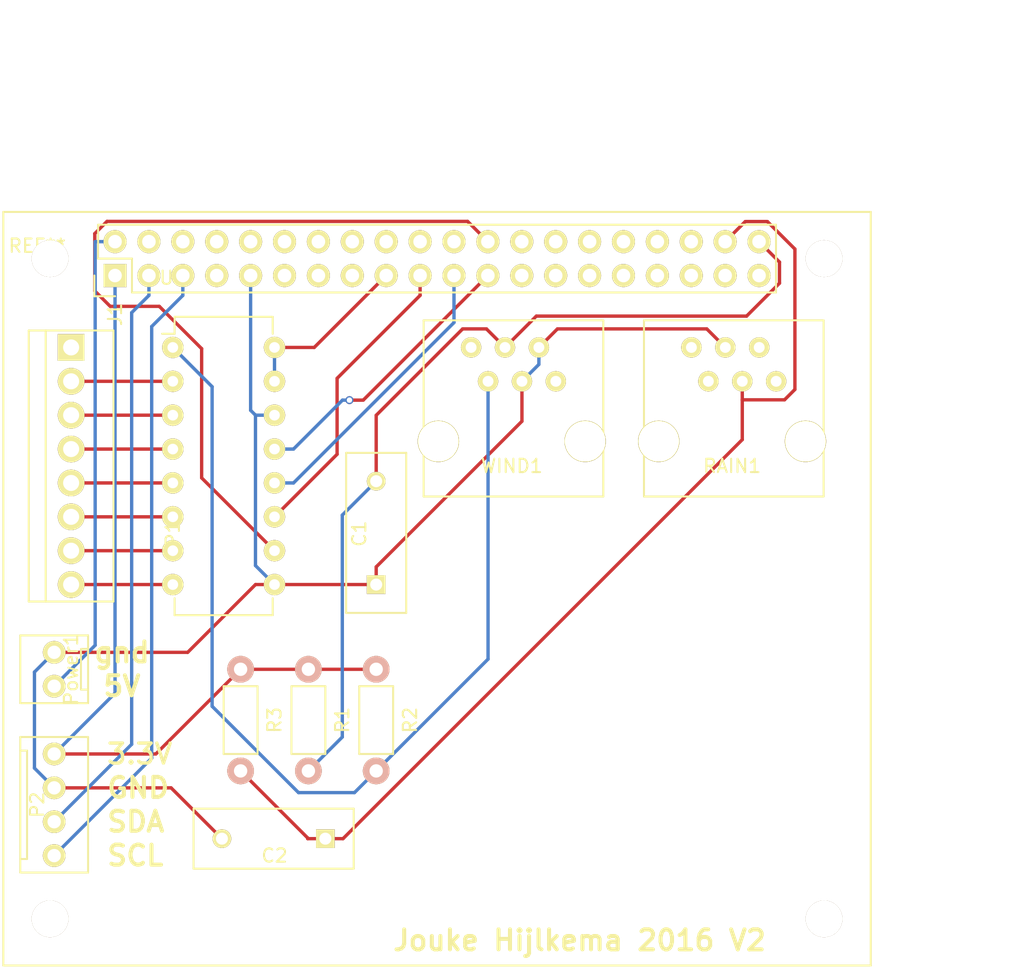
<source format=kicad_pcb>
(kicad_pcb (version 4) (host pcbnew 4.0.2-4+6225~38~ubuntu15.10.1-stable)

  (general
    (links 37)
    (no_connects 0)
    (area 93.575 32.465968 175.455447 105.075001)
    (thickness 1.6)
    (drawings 9)
    (tracks 105)
    (zones 0)
    (modules 13)
    (nets 21)
  )

  (page A4)
  (layers
    (0 F.Cu signal)
    (31 B.Cu signal)
    (32 B.Adhes user hide)
    (33 F.Adhes user hide)
    (34 B.Paste user hide)
    (35 F.Paste user hide)
    (36 B.SilkS user)
    (37 F.SilkS user)
    (38 B.Mask user hide)
    (39 F.Mask user hide)
    (40 Dwgs.User user)
    (41 Cmts.User user hide)
    (42 Eco1.User user hide)
    (43 Eco2.User user hide)
    (44 Edge.Cuts user hide)
    (45 Margin user hide)
    (46 B.CrtYd user hide)
    (47 F.CrtYd user hide)
    (48 B.Fab user hide)
    (49 F.Fab user hide)
  )

  (setup
    (last_trace_width 0.25)
    (trace_clearance 0.5)
    (zone_clearance 0.508)
    (zone_45_only no)
    (trace_min 0.2)
    (segment_width 0.2)
    (edge_width 0.15)
    (via_size 0.6)
    (via_drill 0.4)
    (via_min_size 0.4)
    (via_min_drill 0.3)
    (uvia_size 0.3)
    (uvia_drill 0.1)
    (uvias_allowed no)
    (uvia_min_size 0)
    (uvia_min_drill 0)
    (pcb_text_width 0.3)
    (pcb_text_size 1.5 1.5)
    (mod_edge_width 0.15)
    (mod_text_size 1 1)
    (mod_text_width 0.15)
    (pad_size 2.75 2.75)
    (pad_drill 2.75)
    (pad_to_mask_clearance 0.2)
    (aux_axis_origin 0 0)
    (grid_origin 95 48)
    (visible_elements 7FFFF7FF)
    (pcbplotparams
      (layerselection 0x01030_80000001)
      (usegerberextensions false)
      (excludeedgelayer true)
      (linewidth 0.100000)
      (plotframeref false)
      (viasonmask false)
      (mode 1)
      (useauxorigin false)
      (hpglpennumber 1)
      (hpglpenspeed 20)
      (hpglpendiameter 15)
      (hpglpenoverlay 2)
      (psnegative false)
      (psa4output false)
      (plotreference true)
      (plotvalue true)
      (plotinvisibletext false)
      (padsonsilk false)
      (subtractmaskfromsilk false)
      (outputformat 1)
      (mirror false)
      (drillshape 0)
      (scaleselection 1)
      (outputdirectory Gerber/))
  )

  (net 0 "")
  (net 1 "Net-(P1-Pad8)")
  (net 2 "Net-(P1-Pad7)")
  (net 3 "Net-(P1-Pad2)")
  (net 4 "Net-(P1-Pad3)")
  (net 5 "Net-(P1-Pad4)")
  (net 6 "Net-(P1-Pad5)")
  (net 7 "Net-(P1-Pad6)")
  (net 8 "Net-(J1-Pad3)")
  (net 9 "Net-(J1-Pad5)")
  (net 10 "Net-(J1-Pad17)")
  (net 11 "Net-(J1-Pad19)")
  (net 12 "Net-(J1-Pad21)")
  (net 13 "Net-(J1-Pad23)")
  (net 14 "Net-(J1-Pad24)")
  (net 15 /windspeed)
  (net 16 /winddirection)
  (net 17 /3.3v)
  (net 18 "Net-(C2-Pad1)")
  (net 19 GND)
  (net 20 +5V)

  (net_class Default "This is the default net class."
    (clearance 0.5)
    (trace_width 0.25)
    (via_dia 0.6)
    (via_drill 0.4)
    (uvia_dia 0.3)
    (uvia_drill 0.1)
    (add_net +5V)
    (add_net /3.3v)
    (add_net /winddirection)
    (add_net /windspeed)
    (add_net GND)
    (add_net "Net-(C2-Pad1)")
    (add_net "Net-(J1-Pad17)")
    (add_net "Net-(J1-Pad19)")
    (add_net "Net-(J1-Pad21)")
    (add_net "Net-(J1-Pad23)")
    (add_net "Net-(J1-Pad24)")
    (add_net "Net-(J1-Pad3)")
    (add_net "Net-(J1-Pad5)")
    (add_net "Net-(P1-Pad2)")
    (add_net "Net-(P1-Pad3)")
    (add_net "Net-(P1-Pad4)")
    (add_net "Net-(P1-Pad5)")
    (add_net "Net-(P1-Pad6)")
    (add_net "Net-(P1-Pad7)")
    (add_net "Net-(P1-Pad8)")
  )

  (module Connect:RJ12_E (layer F.Cu) (tedit 570570F5) (tstamp 56EBED90)
    (at 149.61 67.05)
    (path /56BF7EFC)
    (fp_text reference RAIN1 (at 0 0) (layer F.SilkS)
      (effects (font (size 1 1) (thickness 0.15)))
    )
    (fp_text value RJ12 (at 0 -2.54) (layer F.Fab)
      (effects (font (size 1 1) (thickness 0.15)))
    )
    (fp_line (start 6.858 -10.922) (end 6.858 2.286) (layer F.SilkS) (width 0.15))
    (fp_line (start -6.604 -10.922) (end -6.604 2.286) (layer F.SilkS) (width 0.15))
    (fp_line (start 6.858 2.286) (end -6.604 2.286) (layer F.SilkS) (width 0.15))
    (fp_line (start -5.842 -10.922) (end -6.604 -10.922) (layer F.SilkS) (width 0.15))
    (fp_line (start 6.858 -10.922) (end -5.842 -10.922) (layer F.SilkS) (width 0.15))
    (pad 3 thru_hole circle (at -0.508 -8.89 180) (size 1.524 1.524) (drill 0.8128) (layers *.Cu *.Mask F.SilkS)
      (net 19 GND))
    (pad 5 thru_hole circle (at 2.032 -8.89 180) (size 1.524 1.524) (drill 0.8128) (layers *.Cu *.Mask F.SilkS))
    (pad 1 thru_hole circle (at -3.048 -8.89 180) (size 1.524 1.524) (drill 0.8128) (layers *.Cu *.Mask F.SilkS))
    (pad 6 thru_hole circle (at 3.302 -6.35 180) (size 1.524 1.524) (drill 0.8128) (layers *.Cu *.Mask F.SilkS))
    (pad 4 thru_hole circle (at 0.762 -6.35 180) (size 1.524 1.524) (drill 0.8128) (layers *.Cu *.Mask F.SilkS)
      (net 18 "Net-(C2-Pad1)"))
    (pad 2 thru_hole circle (at -1.778 -6.35 180) (size 1.524 1.524) (drill 0.8128) (layers *.Cu *.Mask F.SilkS))
    (pad 8 thru_hole circle (at -5.5 -1.85 180) (size 3.1 3.1) (drill 3) (layers *.Cu *.Mask F.SilkS))
    (pad 7 thru_hole circle (at 5.5 -1.85 180) (size 3.1 3.1) (drill 3) (layers *.Cu *.Mask F.SilkS))
  )

  (module MyLibs:4pinConnector (layer F.Cu) (tedit 57056EBC) (tstamp 56DC7CCD)
    (at 98.81 92.45 270)
    (path /56DC6E29)
    (fp_text reference P2 (at 0 1.27 270) (layer F.SilkS)
      (effects (font (size 1 1) (thickness 0.15)))
    )
    (fp_text value CONN_01X04 (at 0 3.81 270) (layer F.Fab)
      (effects (font (size 1 1) (thickness 0.15)))
    )
    (fp_line (start -4.064 2.54) (end -4.064 2.032) (layer F.SilkS) (width 0.15))
    (fp_line (start -4.064 2.032) (end 4.064 2.032) (layer F.SilkS) (width 0.15))
    (fp_line (start 4.064 2.032) (end 4.064 2.54) (layer F.SilkS) (width 0.15))
    (fp_line (start -5.08 -2.54) (end 5.08 -2.54) (layer F.SilkS) (width 0.15))
    (fp_line (start 5.08 -2.54) (end 5.08 2.54) (layer F.SilkS) (width 0.15))
    (fp_line (start 5.08 2.54) (end -5.08 2.54) (layer F.SilkS) (width 0.15))
    (fp_line (start -5.08 2.54) (end -5.08 -2.54) (layer F.SilkS) (width 0.15))
    (pad 1 thru_hole circle (at -3.81 0 270) (size 1.7 1.7) (drill 1) (layers *.Cu *.Mask F.SilkS)
      (net 17 /3.3v))
    (pad 2 thru_hole circle (at -1.27 0 270) (size 1.7 1.7) (drill 1) (layers *.Cu *.Mask F.SilkS)
      (net 19 GND))
    (pad 3 thru_hole circle (at 1.27 0 270) (size 1.7 1.7) (drill 1) (layers *.Cu *.Mask F.SilkS)
      (net 8 "Net-(J1-Pad3)"))
    (pad 4 thru_hole circle (at 3.81 0 270) (size 1.7 1.7) (drill 1) (layers *.Cu *.Mask F.SilkS)
      (net 9 "Net-(J1-Pad5)"))
  )

  (module MyLibs:Pin_Header_Straight_2x20 (layer F.Cu) (tedit 551989BF) (tstamp 56BF1314)
    (at 127.5 51.5 90)
    (descr "Through hole pin header")
    (tags "pin header")
    (path /56BEFCB4)
    (fp_text reference J1 (at -4.191 -24.13 270) (layer F.SilkS)
      (effects (font (size 1 1) (thickness 0.15)))
    )
    (fp_text value RPi_GPIO (at -1.27 -27.23 90) (layer F.Fab)
      (effects (font (size 1 1) (thickness 0.15)))
    )
    (fp_line (start -3.02 -25.88) (end -3.02 25.92) (layer F.CrtYd) (width 0.05))
    (fp_line (start 3.03 -25.88) (end 3.03 25.92) (layer F.CrtYd) (width 0.05))
    (fp_line (start -3.02 -25.88) (end 3.03 -25.88) (layer F.CrtYd) (width 0.05))
    (fp_line (start -3.02 25.92) (end 3.03 25.92) (layer F.CrtYd) (width 0.05))
    (fp_line (start 2.54 25.4) (end 2.54 -25.4) (layer F.SilkS) (width 0.15))
    (fp_line (start -2.54 -22.86) (end -2.54 25.4) (layer F.SilkS) (width 0.15))
    (fp_line (start 2.54 25.4) (end -2.54 25.4) (layer F.SilkS) (width 0.15))
    (fp_line (start 2.54 -25.4) (end 0 -25.4) (layer F.SilkS) (width 0.15))
    (fp_line (start -1.27 -25.68) (end -2.82 -25.68) (layer F.SilkS) (width 0.15))
    (fp_line (start 0 -25.4) (end 0 -22.86) (layer F.SilkS) (width 0.15))
    (fp_line (start 0 -22.86) (end -2.54 -22.86) (layer F.SilkS) (width 0.15))
    (fp_line (start -2.82 -25.68) (end -2.82 -24.13) (layer F.SilkS) (width 0.15))
    (pad 1 thru_hole rect (at -1.27 -24.13 90) (size 1.7272 1.7272) (drill 1.016) (layers *.Cu *.Mask F.SilkS)
      (net 17 /3.3v))
    (pad 2 thru_hole oval (at 1.27 -24.13 90) (size 1.7272 1.7272) (drill 1.016) (layers *.Cu *.Mask F.SilkS)
      (net 20 +5V))
    (pad 3 thru_hole oval (at -1.27 -21.59 90) (size 1.7272 1.7272) (drill 1.016) (layers *.Cu *.Mask F.SilkS)
      (net 8 "Net-(J1-Pad3)"))
    (pad 4 thru_hole oval (at 1.27 -21.59 90) (size 1.7272 1.7272) (drill 1.016) (layers *.Cu *.Mask F.SilkS))
    (pad 5 thru_hole oval (at -1.27 -19.05 90) (size 1.7272 1.7272) (drill 1.016) (layers *.Cu *.Mask F.SilkS)
      (net 9 "Net-(J1-Pad5)"))
    (pad 6 thru_hole oval (at 1.27 -19.05 90) (size 1.7272 1.7272) (drill 1.016) (layers *.Cu *.Mask F.SilkS))
    (pad 7 thru_hole oval (at -1.27 -16.51 90) (size 1.7272 1.7272) (drill 1.016) (layers *.Cu *.Mask F.SilkS))
    (pad 8 thru_hole oval (at 1.27 -16.51 90) (size 1.7272 1.7272) (drill 1.016) (layers *.Cu *.Mask F.SilkS))
    (pad 9 thru_hole oval (at -1.27 -13.97 90) (size 1.7272 1.7272) (drill 1.016) (layers *.Cu *.Mask F.SilkS)
      (net 19 GND))
    (pad 10 thru_hole oval (at 1.27 -13.97 90) (size 1.7272 1.7272) (drill 1.016) (layers *.Cu *.Mask F.SilkS))
    (pad 11 thru_hole oval (at -1.27 -11.43 90) (size 1.7272 1.7272) (drill 1.016) (layers *.Cu *.Mask F.SilkS))
    (pad 12 thru_hole oval (at 1.27 -11.43 90) (size 1.7272 1.7272) (drill 1.016) (layers *.Cu *.Mask F.SilkS))
    (pad 13 thru_hole oval (at -1.27 -8.89 90) (size 1.7272 1.7272) (drill 1.016) (layers *.Cu *.Mask F.SilkS))
    (pad 14 thru_hole oval (at 1.27 -8.89 90) (size 1.7272 1.7272) (drill 1.016) (layers *.Cu *.Mask F.SilkS))
    (pad 15 thru_hole oval (at -1.27 -6.35 90) (size 1.7272 1.7272) (drill 1.016) (layers *.Cu *.Mask F.SilkS))
    (pad 16 thru_hole oval (at 1.27 -6.35 90) (size 1.7272 1.7272) (drill 1.016) (layers *.Cu *.Mask F.SilkS))
    (pad 17 thru_hole oval (at -1.27 -3.81 90) (size 1.7272 1.7272) (drill 1.016) (layers *.Cu *.Mask F.SilkS)
      (net 10 "Net-(J1-Pad17)"))
    (pad 18 thru_hole oval (at 1.27 -3.81 90) (size 1.7272 1.7272) (drill 1.016) (layers *.Cu *.Mask F.SilkS))
    (pad 19 thru_hole oval (at -1.27 -1.27 90) (size 1.7272 1.7272) (drill 1.016) (layers *.Cu *.Mask F.SilkS)
      (net 11 "Net-(J1-Pad19)"))
    (pad 20 thru_hole oval (at 1.27 -1.27 90) (size 1.7272 1.7272) (drill 1.016) (layers *.Cu *.Mask F.SilkS))
    (pad 21 thru_hole oval (at -1.27 1.27 90) (size 1.7272 1.7272) (drill 1.016) (layers *.Cu *.Mask F.SilkS)
      (net 12 "Net-(J1-Pad21)"))
    (pad 22 thru_hole oval (at 1.27 1.27 90) (size 1.7272 1.7272) (drill 1.016) (layers *.Cu *.Mask F.SilkS))
    (pad 23 thru_hole oval (at -1.27 3.81 90) (size 1.7272 1.7272) (drill 1.016) (layers *.Cu *.Mask F.SilkS)
      (net 13 "Net-(J1-Pad23)"))
    (pad 24 thru_hole oval (at 1.27 3.81 90) (size 1.7272 1.7272) (drill 1.016) (layers *.Cu *.Mask F.SilkS)
      (net 14 "Net-(J1-Pad24)"))
    (pad 25 thru_hole oval (at -1.27 6.35 90) (size 1.7272 1.7272) (drill 1.016) (layers *.Cu *.Mask F.SilkS))
    (pad 26 thru_hole oval (at 1.27 6.35 90) (size 1.7272 1.7272) (drill 1.016) (layers *.Cu *.Mask F.SilkS))
    (pad 27 thru_hole oval (at -1.27 8.89 90) (size 1.7272 1.7272) (drill 1.016) (layers *.Cu *.Mask F.SilkS))
    (pad 28 thru_hole oval (at 1.27 8.89 90) (size 1.7272 1.7272) (drill 1.016) (layers *.Cu *.Mask F.SilkS))
    (pad 29 thru_hole oval (at -1.27 11.43 90) (size 1.7272 1.7272) (drill 1.016) (layers *.Cu *.Mask F.SilkS))
    (pad 30 thru_hole oval (at 1.27 11.43 90) (size 1.7272 1.7272) (drill 1.016) (layers *.Cu *.Mask F.SilkS))
    (pad 31 thru_hole oval (at -1.27 13.97 90) (size 1.7272 1.7272) (drill 1.016) (layers *.Cu *.Mask F.SilkS))
    (pad 32 thru_hole oval (at 1.27 13.97 90) (size 1.7272 1.7272) (drill 1.016) (layers *.Cu *.Mask F.SilkS))
    (pad 33 thru_hole oval (at -1.27 16.51 90) (size 1.7272 1.7272) (drill 1.016) (layers *.Cu *.Mask F.SilkS))
    (pad 34 thru_hole oval (at 1.27 16.51 90) (size 1.7272 1.7272) (drill 1.016) (layers *.Cu *.Mask F.SilkS))
    (pad 35 thru_hole oval (at -1.27 19.05 90) (size 1.7272 1.7272) (drill 1.016) (layers *.Cu *.Mask F.SilkS))
    (pad 36 thru_hole oval (at 1.27 19.05 90) (size 1.7272 1.7272) (drill 1.016) (layers *.Cu *.Mask F.SilkS))
    (pad 37 thru_hole oval (at -1.27 21.59 90) (size 1.7272 1.7272) (drill 1.016) (layers *.Cu *.Mask F.SilkS))
    (pad 38 thru_hole oval (at 1.27 21.59 90) (size 1.7272 1.7272) (drill 1.016) (layers *.Cu *.Mask F.SilkS)
      (net 18 "Net-(C2-Pad1)"))
    (pad 39 thru_hole oval (at -1.27 24.13 90) (size 1.7272 1.7272) (drill 1.016) (layers *.Cu *.Mask F.SilkS))
    (pad 40 thru_hole oval (at 1.27 24.13 90) (size 1.7272 1.7272) (drill 1.016) (layers *.Cu *.Mask F.SilkS)
      (net 15 /windspeed))
    (model Pin_Headers.3dshapes/Pin_Header_Straight_2x20.wrl
      (at (xyz 0 0 0))
      (scale (xyz 1 1 1))
      (rotate (xyz 0 0 90))
    )
  )

  (module MyLibs:RpiB_hat locked (layer F.Cu) (tedit 56BF33F2) (tstamp 56BF6E22)
    (at 95 48)
    (fp_text reference REF** (at 2.54 2.54) (layer F.SilkS)
      (effects (font (size 1 1) (thickness 0.15)))
    )
    (fp_text value RpiB_hat (at 3.81 1.27) (layer F.Fab)
      (effects (font (size 1 1) (thickness 0.15)))
    )
    (fp_line (start 0 56.5) (end 0 0) (layer F.SilkS) (width 0.15))
    (fp_line (start 65 56.5) (end 0 56.5) (layer F.SilkS) (width 0.15))
    (fp_line (start 65 0) (end 65 56.5) (layer F.SilkS) (width 0.15))
    (fp_line (start 0 0) (end 65 0) (layer F.SilkS) (width 0.15))
    (pad 2 thru_hole circle (at 61.5 3.5) (size 2.75 2.75) (drill 2.75) (layers *.Cu *.Mask F.SilkS))
    (pad 1 thru_hole circle (at 3.5 3.5) (size 2.75 2.75) (drill 2.75) (layers *.Cu *.Mask F.SilkS))
    (pad 3 thru_hole circle (at 3.5 53) (size 2.75 2.75) (drill 2.75) (layers *.Cu *.Mask F.SilkS))
    (pad 4 thru_hole circle (at 61.5 53) (size 2.75 2.75) (drill 2.75) (layers *.Cu *.Mask F.SilkS))
  )

  (module MyLibs:terminal_8 (layer F.Cu) (tedit 56BF7621) (tstamp 56BF7781)
    (at 100.08 70.86 270)
    (descr "Bornier d'alimentation 8 pins")
    (tags DEV)
    (path /56BEF0B0)
    (fp_text reference P1 (at 1.27 -7.62 270) (layer F.SilkS)
      (effects (font (size 1 1) (thickness 0.15)))
    )
    (fp_text value CONN_01X08 (at -3.175 4.445 270) (layer F.Fab)
      (effects (font (size 1 1) (thickness 0.15)))
    )
    (fp_line (start -13.97 1.905) (end 6.35 1.905) (layer F.SilkS) (width 0.15))
    (fp_line (start -13.97 -3.175) (end -13.97 3.175) (layer F.SilkS) (width 0.15))
    (fp_line (start 6.35 -3.175) (end 6.35 3.175) (layer F.SilkS) (width 0.15))
    (fp_line (start -13.97 -3.175) (end 6.35 -3.175) (layer F.SilkS) (width 0.15))
    (fp_line (start -13.97 3.175) (end 6.35 3.175) (layer F.SilkS) (width 0.15))
    (pad 8 thru_hole circle (at 5.08 0 270) (size 2 2) (drill 1.2) (layers *.Cu *.Mask F.SilkS)
      (net 1 "Net-(P1-Pad8)"))
    (pad 7 thru_hole circle (at 2.54 0 270) (size 2 2) (drill 1.2) (layers *.Cu *.Mask F.SilkS)
      (net 2 "Net-(P1-Pad7)"))
    (pad 2 thru_hole circle (at -10.16 0 270) (size 2 2) (drill 1.2) (layers *.Cu *.Mask F.SilkS)
      (net 3 "Net-(P1-Pad2)"))
    (pad 3 thru_hole circle (at -7.62 0 270) (size 2 2) (drill 1.2) (layers *.Cu *.Mask F.SilkS)
      (net 4 "Net-(P1-Pad3)"))
    (pad 1 thru_hole rect (at -12.7 0 270) (size 2 2) (drill 1.2) (layers *.Cu *.Mask F.SilkS))
    (pad 4 thru_hole circle (at -5.08 0 270) (size 2 2) (drill 1.2) (layers *.Cu *.Mask F.SilkS)
      (net 5 "Net-(P1-Pad4)"))
    (pad 5 thru_hole circle (at -2.54 0 270) (size 2 2) (drill 1.2) (layers *.Cu *.Mask F.SilkS)
      (net 6 "Net-(P1-Pad5)"))
    (pad 6 thru_hole circle (at 0 0 270) (size 2 2) (drill 1.2) (layers *.Cu *.Mask F.SilkS)
      (net 7 "Net-(P1-Pad6)"))
    (model Connect.3dshapes/bornier6.wrl
      (at (xyz 0 0 0))
      (scale (xyz 1 1 1))
      (rotate (xyz 0 0 0))
    )
  )

  (module Housings_DIP:DIP-16_W7.62mm (layer F.Cu) (tedit 54130A77) (tstamp 56BF8651)
    (at 107.7 58.16)
    (descr "16-lead dip package, row spacing 7.62 mm (300 mils)")
    (tags "dil dip 2.54 300")
    (path /56BEECAB)
    (fp_text reference U1 (at 0 -5.22) (layer F.SilkS)
      (effects (font (size 1 1) (thickness 0.15)))
    )
    (fp_text value MCP3008 (at 0 -3.72) (layer F.Fab)
      (effects (font (size 1 1) (thickness 0.15)))
    )
    (fp_line (start -1.05 -2.45) (end -1.05 20.25) (layer F.CrtYd) (width 0.05))
    (fp_line (start 8.65 -2.45) (end 8.65 20.25) (layer F.CrtYd) (width 0.05))
    (fp_line (start -1.05 -2.45) (end 8.65 -2.45) (layer F.CrtYd) (width 0.05))
    (fp_line (start -1.05 20.25) (end 8.65 20.25) (layer F.CrtYd) (width 0.05))
    (fp_line (start 0.135 -2.295) (end 0.135 -1.025) (layer F.SilkS) (width 0.15))
    (fp_line (start 7.485 -2.295) (end 7.485 -1.025) (layer F.SilkS) (width 0.15))
    (fp_line (start 7.485 20.075) (end 7.485 18.805) (layer F.SilkS) (width 0.15))
    (fp_line (start 0.135 20.075) (end 0.135 18.805) (layer F.SilkS) (width 0.15))
    (fp_line (start 0.135 -2.295) (end 7.485 -2.295) (layer F.SilkS) (width 0.15))
    (fp_line (start 0.135 20.075) (end 7.485 20.075) (layer F.SilkS) (width 0.15))
    (fp_line (start 0.135 -1.025) (end -0.8 -1.025) (layer F.SilkS) (width 0.15))
    (pad 1 thru_hole oval (at 0 0) (size 1.6 1.6) (drill 0.8) (layers *.Cu *.Mask F.SilkS)
      (net 16 /winddirection))
    (pad 2 thru_hole oval (at 0 2.54) (size 1.6 1.6) (drill 0.8) (layers *.Cu *.Mask F.SilkS)
      (net 3 "Net-(P1-Pad2)"))
    (pad 3 thru_hole oval (at 0 5.08) (size 1.6 1.6) (drill 0.8) (layers *.Cu *.Mask F.SilkS)
      (net 4 "Net-(P1-Pad3)"))
    (pad 4 thru_hole oval (at 0 7.62) (size 1.6 1.6) (drill 0.8) (layers *.Cu *.Mask F.SilkS)
      (net 5 "Net-(P1-Pad4)"))
    (pad 5 thru_hole oval (at 0 10.16) (size 1.6 1.6) (drill 0.8) (layers *.Cu *.Mask F.SilkS)
      (net 6 "Net-(P1-Pad5)"))
    (pad 6 thru_hole oval (at 0 12.7) (size 1.6 1.6) (drill 0.8) (layers *.Cu *.Mask F.SilkS)
      (net 7 "Net-(P1-Pad6)"))
    (pad 7 thru_hole oval (at 0 15.24) (size 1.6 1.6) (drill 0.8) (layers *.Cu *.Mask F.SilkS)
      (net 2 "Net-(P1-Pad7)"))
    (pad 8 thru_hole oval (at 0 17.78) (size 1.6 1.6) (drill 0.8) (layers *.Cu *.Mask F.SilkS)
      (net 1 "Net-(P1-Pad8)"))
    (pad 9 thru_hole oval (at 7.62 17.78) (size 1.6 1.6) (drill 0.8) (layers *.Cu *.Mask F.SilkS)
      (net 19 GND))
    (pad 10 thru_hole oval (at 7.62 15.24) (size 1.6 1.6) (drill 0.8) (layers *.Cu *.Mask F.SilkS)
      (net 14 "Net-(J1-Pad24)"))
    (pad 11 thru_hole oval (at 7.62 12.7) (size 1.6 1.6) (drill 0.8) (layers *.Cu *.Mask F.SilkS)
      (net 11 "Net-(J1-Pad19)"))
    (pad 12 thru_hole oval (at 7.62 10.16) (size 1.6 1.6) (drill 0.8) (layers *.Cu *.Mask F.SilkS)
      (net 12 "Net-(J1-Pad21)"))
    (pad 13 thru_hole oval (at 7.62 7.62) (size 1.6 1.6) (drill 0.8) (layers *.Cu *.Mask F.SilkS)
      (net 13 "Net-(J1-Pad23)"))
    (pad 14 thru_hole oval (at 7.62 5.08) (size 1.6 1.6) (drill 0.8) (layers *.Cu *.Mask F.SilkS)
      (net 19 GND))
    (pad 15 thru_hole oval (at 7.62 2.54) (size 1.6 1.6) (drill 0.8) (layers *.Cu *.Mask F.SilkS)
      (net 10 "Net-(J1-Pad17)"))
    (pad 16 thru_hole oval (at 7.62 0) (size 1.6 1.6) (drill 0.8) (layers *.Cu *.Mask F.SilkS)
      (net 10 "Net-(J1-Pad17)"))
    (model Housings_DIP.3dshapes/DIP-16_W7.62mm.wrl
      (at (xyz 0 0 0))
      (scale (xyz 1 1 1))
      (rotate (xyz 0 0 0))
    )
  )

  (module Resistors_ThroughHole:Resistor_Horizontal_RM7mm (layer F.Cu) (tedit 56DC7F3D) (tstamp 56BF86F6)
    (at 117.86 82.29 270)
    (descr "Resistor, Axial,  RM 7.62mm, 1/3W,")
    (tags "Resistor Axial RM 7.62mm 1/3W R3")
    (path /56BF8235)
    (fp_text reference R1 (at 3.81 -2.54 270) (layer F.SilkS)
      (effects (font (size 1 1) (thickness 0.15)))
    )
    (fp_text value 10k (at 3.81 0 270) (layer F.Fab)
      (effects (font (size 1 1) (thickness 0.15)))
    )
    (fp_line (start -1.25 -1.5) (end 8.85 -1.5) (layer F.CrtYd) (width 0.05))
    (fp_line (start -1.25 1.5) (end -1.25 -1.5) (layer F.CrtYd) (width 0.05))
    (fp_line (start 8.85 -1.5) (end 8.85 1.5) (layer F.CrtYd) (width 0.05))
    (fp_line (start -1.25 1.5) (end 8.85 1.5) (layer F.CrtYd) (width 0.05))
    (fp_line (start 1.27 -1.27) (end 6.35 -1.27) (layer F.SilkS) (width 0.15))
    (fp_line (start 6.35 -1.27) (end 6.35 1.27) (layer F.SilkS) (width 0.15))
    (fp_line (start 6.35 1.27) (end 1.27 1.27) (layer F.SilkS) (width 0.15))
    (fp_line (start 1.27 1.27) (end 1.27 -1.27) (layer F.SilkS) (width 0.15))
    (pad 1 thru_hole circle (at 0 0 270) (size 1.99898 1.99898) (drill 1.00076) (layers *.Cu *.SilkS *.Mask)
      (net 17 /3.3v))
    (pad 2 thru_hole circle (at 7.62 0 270) (size 1.99898 1.99898) (drill 1.00076) (layers *.Cu *.SilkS *.Mask)
      (net 15 /windspeed))
  )

  (module Resistors_ThroughHole:Resistor_Horizontal_RM7mm (layer F.Cu) (tedit 56DC7F45) (tstamp 56BF8825)
    (at 122.94 82.29 270)
    (descr "Resistor, Axial,  RM 7.62mm, 1/3W,")
    (tags "Resistor Axial RM 7.62mm 1/3W R3")
    (path /56BF85F9)
    (fp_text reference R2 (at 3.81 -2.54 270) (layer F.SilkS)
      (effects (font (size 1 1) (thickness 0.15)))
    )
    (fp_text value 10k (at 3.81 0 270) (layer F.Fab)
      (effects (font (size 1 1) (thickness 0.15)))
    )
    (fp_line (start -1.25 -1.5) (end 8.85 -1.5) (layer F.CrtYd) (width 0.05))
    (fp_line (start -1.25 1.5) (end -1.25 -1.5) (layer F.CrtYd) (width 0.05))
    (fp_line (start 8.85 -1.5) (end 8.85 1.5) (layer F.CrtYd) (width 0.05))
    (fp_line (start -1.25 1.5) (end 8.85 1.5) (layer F.CrtYd) (width 0.05))
    (fp_line (start 1.27 -1.27) (end 6.35 -1.27) (layer F.SilkS) (width 0.15))
    (fp_line (start 6.35 -1.27) (end 6.35 1.27) (layer F.SilkS) (width 0.15))
    (fp_line (start 6.35 1.27) (end 1.27 1.27) (layer F.SilkS) (width 0.15))
    (fp_line (start 1.27 1.27) (end 1.27 -1.27) (layer F.SilkS) (width 0.15))
    (pad 1 thru_hole circle (at 0 0 270) (size 1.99898 1.99898) (drill 1.00076) (layers *.Cu *.SilkS *.Mask)
      (net 17 /3.3v))
    (pad 2 thru_hole circle (at 7.62 0 270) (size 1.99898 1.99898) (drill 1.00076) (layers *.Cu *.SilkS *.Mask)
      (net 16 /winddirection))
  )

  (module Resistors_ThroughHole:Resistor_Horizontal_RM7mm (layer F.Cu) (tedit 56DC7F33) (tstamp 56BF8833)
    (at 112.78 82.29 270)
    (descr "Resistor, Axial,  RM 7.62mm, 1/3W,")
    (tags "Resistor Axial RM 7.62mm 1/3W R3")
    (path /56BF88E7)
    (fp_text reference R3 (at 3.81 -2.54 270) (layer F.SilkS)
      (effects (font (size 1 1) (thickness 0.15)))
    )
    (fp_text value 10k (at 3.81 0 270) (layer F.Fab)
      (effects (font (size 1 1) (thickness 0.15)))
    )
    (fp_line (start -1.25 -1.5) (end 8.85 -1.5) (layer F.CrtYd) (width 0.05))
    (fp_line (start -1.25 1.5) (end -1.25 -1.5) (layer F.CrtYd) (width 0.05))
    (fp_line (start 8.85 -1.5) (end 8.85 1.5) (layer F.CrtYd) (width 0.05))
    (fp_line (start -1.25 1.5) (end 8.85 1.5) (layer F.CrtYd) (width 0.05))
    (fp_line (start 1.27 -1.27) (end 6.35 -1.27) (layer F.SilkS) (width 0.15))
    (fp_line (start 6.35 -1.27) (end 6.35 1.27) (layer F.SilkS) (width 0.15))
    (fp_line (start 6.35 1.27) (end 1.27 1.27) (layer F.SilkS) (width 0.15))
    (fp_line (start 1.27 1.27) (end 1.27 -1.27) (layer F.SilkS) (width 0.15))
    (pad 1 thru_hole circle (at 0 0 270) (size 1.99898 1.99898) (drill 1.00076) (layers *.Cu *.SilkS *.Mask)
      (net 17 /3.3v))
    (pad 2 thru_hole circle (at 7.62 0 270) (size 1.99898 1.99898) (drill 1.00076) (layers *.Cu *.SilkS *.Mask)
      (net 18 "Net-(C2-Pad1)"))
  )

  (module Capacitors_ThroughHole:C_Disc_D12_P7.75 (layer F.Cu) (tedit 56EBF0A2) (tstamp 56EBEFF0)
    (at 122.94 75.94 90)
    (descr "Capacitor 12mm Disc, Pitch 7.75mm")
    (tags Capacitor)
    (path /56EBED5C)
    (fp_text reference C1 (at 3.81 -1.27 90) (layer F.SilkS)
      (effects (font (size 1 1) (thickness 0.15)))
    )
    (fp_text value "1000 pF" (at 3.81 1.27 90) (layer F.Fab)
      (effects (font (size 1 1) (thickness 0.15)))
    )
    (fp_line (start -2.375 -2.5) (end 10.125 -2.5) (layer F.CrtYd) (width 0.05))
    (fp_line (start 10.125 -2.5) (end 10.125 2.5) (layer F.CrtYd) (width 0.05))
    (fp_line (start 10.125 2.5) (end -2.375 2.5) (layer F.CrtYd) (width 0.05))
    (fp_line (start -2.375 2.5) (end -2.375 -2.5) (layer F.CrtYd) (width 0.05))
    (fp_line (start -2.125 -2.25) (end 9.875 -2.25) (layer F.SilkS) (width 0.15))
    (fp_line (start 9.875 -2.25) (end 9.875 2.25) (layer F.SilkS) (width 0.15))
    (fp_line (start 9.875 2.25) (end -2.125 2.25) (layer F.SilkS) (width 0.15))
    (fp_line (start -2.125 2.25) (end -2.125 -2.25) (layer F.SilkS) (width 0.15))
    (pad 1 thru_hole rect (at 0 0 90) (size 1.4 1.4) (drill 0.9) (layers *.Cu *.Mask F.SilkS)
      (net 19 GND))
    (pad 2 thru_hole circle (at 7.75 0 90) (size 1.4 1.4) (drill 0.9) (layers *.Cu *.Mask F.SilkS)
      (net 15 /windspeed))
    (model Capacitors_ThroughHole.3dshapes/C_Disc_D12_P7.75.wrl
      (at (xyz 0.15255906 0 0))
      (scale (xyz 1 1 1))
      (rotate (xyz 0 0 0))
    )
  )

  (module Capacitors_ThroughHole:C_Disc_D12_P7.75 (layer F.Cu) (tedit 56EBF098) (tstamp 56EBEFFE)
    (at 119.13 94.99 180)
    (descr "Capacitor 12mm Disc, Pitch 7.75mm")
    (tags Capacitor)
    (path /56EBECA9)
    (fp_text reference C2 (at 3.81 -1.27 180) (layer F.SilkS)
      (effects (font (size 1 1) (thickness 0.15)))
    )
    (fp_text value "1000 pF" (at 3.81 1.27 180) (layer F.Fab)
      (effects (font (size 1 1) (thickness 0.15)))
    )
    (fp_line (start -2.375 -2.5) (end 10.125 -2.5) (layer F.CrtYd) (width 0.05))
    (fp_line (start 10.125 -2.5) (end 10.125 2.5) (layer F.CrtYd) (width 0.05))
    (fp_line (start 10.125 2.5) (end -2.375 2.5) (layer F.CrtYd) (width 0.05))
    (fp_line (start -2.375 2.5) (end -2.375 -2.5) (layer F.CrtYd) (width 0.05))
    (fp_line (start -2.125 -2.25) (end 9.875 -2.25) (layer F.SilkS) (width 0.15))
    (fp_line (start 9.875 -2.25) (end 9.875 2.25) (layer F.SilkS) (width 0.15))
    (fp_line (start 9.875 2.25) (end -2.125 2.25) (layer F.SilkS) (width 0.15))
    (fp_line (start -2.125 2.25) (end -2.125 -2.25) (layer F.SilkS) (width 0.15))
    (pad 1 thru_hole rect (at 0 0 180) (size 1.4 1.4) (drill 0.9) (layers *.Cu *.Mask F.SilkS)
      (net 18 "Net-(C2-Pad1)"))
    (pad 2 thru_hole circle (at 7.75 0 180) (size 1.4 1.4) (drill 0.9) (layers *.Cu *.Mask F.SilkS)
      (net 19 GND))
    (model Capacitors_ThroughHole.3dshapes/C_Disc_D12_P7.75.wrl
      (at (xyz 0.15255906 0 0))
      (scale (xyz 1 1 1))
      (rotate (xyz 0 0 0))
    )
  )

  (module MyLibs:RJ12_E (layer F.Cu) (tedit 570570F5) (tstamp 570574C3)
    (at 133.1 67.05)
    (path /56BF7EA7)
    (fp_text reference WIND1 (at 0 0) (layer F.SilkS)
      (effects (font (size 1 1) (thickness 0.15)))
    )
    (fp_text value RJ12 (at 0 -2.54) (layer F.Fab)
      (effects (font (size 1 1) (thickness 0.15)))
    )
    (fp_line (start 6.858 -10.922) (end 6.858 2.286) (layer F.SilkS) (width 0.15))
    (fp_line (start -6.604 -10.922) (end -6.604 2.286) (layer F.SilkS) (width 0.15))
    (fp_line (start 6.858 2.286) (end -6.604 2.286) (layer F.SilkS) (width 0.15))
    (fp_line (start -5.842 -10.922) (end -6.604 -10.922) (layer F.SilkS) (width 0.15))
    (fp_line (start 6.858 -10.922) (end -5.842 -10.922) (layer F.SilkS) (width 0.15))
    (pad 3 thru_hole circle (at -0.508 -8.89 180) (size 1.524 1.524) (drill 0.8128) (layers *.Cu *.Mask F.SilkS)
      (net 15 /windspeed))
    (pad 5 thru_hole circle (at 2.032 -8.89 180) (size 1.524 1.524) (drill 0.8128) (layers *.Cu *.Mask F.SilkS)
      (net 19 GND))
    (pad 1 thru_hole circle (at -3.048 -8.89 180) (size 1.524 1.524) (drill 0.8128) (layers *.Cu *.Mask F.SilkS))
    (pad 6 thru_hole circle (at 3.302 -6.35 180) (size 1.524 1.524) (drill 0.8128) (layers *.Cu *.Mask F.SilkS))
    (pad 4 thru_hole circle (at 0.762 -6.35 180) (size 1.524 1.524) (drill 0.8128) (layers *.Cu *.Mask F.SilkS)
      (net 19 GND))
    (pad 2 thru_hole circle (at -1.778 -6.35 180) (size 1.524 1.524) (drill 0.8128) (layers *.Cu *.Mask F.SilkS)
      (net 16 /winddirection))
    (pad 8 thru_hole circle (at -5.5 -1.85 180) (size 3.1 3.1) (drill 3) (layers *.Cu *.Mask F.SilkS))
    (pad 7 thru_hole circle (at 5.5 -1.85 180) (size 3.1 3.1) (drill 3) (layers *.Cu *.Mask F.SilkS))
  )

  (module MyLibs:2pinConnector (layer F.Cu) (tedit 57057712) (tstamp 57057877)
    (at 98.81 82.29 90)
    (path /57057536)
    (fp_text reference Power1 (at 0 1.27 90) (layer F.SilkS)
      (effects (font (size 1 1) (thickness 0.15)))
    )
    (fp_text value CONN_01X02 (at 0 3.81 90) (layer F.Fab)
      (effects (font (size 1 1) (thickness 0.15)))
    )
    (fp_line (start -1.52273 2.00406) (end 1.51765 2.00406) (layer F.SilkS) (width 0.15))
    (fp_line (start -2.54 2.54) (end 2.54 2.54) (layer F.SilkS) (width 0.15))
    (fp_line (start -2.54 -2.54) (end 2.54 -2.54) (layer F.SilkS) (width 0.15))
    (fp_line (start -1.524 2.54) (end -1.524 2.032) (layer F.SilkS) (width 0.15))
    (fp_line (start 1.524 2.032) (end 1.524 2.54) (layer F.SilkS) (width 0.15))
    (fp_line (start 2.54 -2.54) (end 2.54 2.54) (layer F.SilkS) (width 0.15))
    (fp_line (start -2.54 2.54) (end -2.54 -2.54) (layer F.SilkS) (width 0.15))
    (pad 1 thru_hole circle (at -1.27 0 90) (size 1.7 1.7) (drill 1) (layers *.Cu *.Mask F.SilkS)
      (net 20 +5V))
    (pad 2 thru_hole circle (at 1.27 0 90) (size 1.7 1.7) (drill 1) (layers *.Cu *.Mask F.SilkS)
      (net 19 GND))
  )

  (gr_text gnd (at 103.89 81.02) (layer F.SilkS)
    (effects (font (size 1.5 1.5) (thickness 0.3)))
  )
  (gr_text 5V (at 103.89 83.56) (layer F.SilkS)
    (effects (font (size 1.5 1.5) (thickness 0.3)))
  )
  (gr_text "Jouke Hijlkema 2016 V2" (at 138.18 102.61) (layer F.SilkS)
    (effects (font (size 1.5 1.5) (thickness 0.3)))
  )
  (dimension 56.521152 (width 0.3) (layer Dwgs.User)
    (gr_text "56,521 mm" (at 168.805447 76.27865 89.86720451) (layer Dwgs.User)
      (effects (font (size 1.5 1.5) (thickness 0.3)))
    )
    (feature1 (pts (xy 160.909 104.521) (xy 170.089944 104.542279)))
    (feature2 (pts (xy 161.04 48) (xy 170.220944 48.021279)))
    (crossbar (pts (xy 167.520951 48.015021) (xy 167.389951 104.536021)))
    (arrow1a (pts (xy 167.389951 104.536021) (xy 166.806143 103.408161)))
    (arrow1b (pts (xy 167.389951 104.536021) (xy 167.978981 103.410879)))
    (arrow2a (pts (xy 167.520951 48.015021) (xy 166.931921 49.140163)))
    (arrow2b (pts (xy 167.520951 48.015021) (xy 168.104759 49.142881)))
  )
  (dimension 64.943808 (width 0.3) (layer Dwgs.User)
    (gr_text "64,944 mm" (at 127.464971 33.965968 0.02831978376) (layer Dwgs.User)
      (effects (font (size 1.5 1.5) (thickness 0.3)))
    )
    (feature1 (pts (xy 159.9438 47.9679) (xy 159.936204 32.599918)))
    (feature2 (pts (xy 95 48) (xy 94.992404 32.632018)))
    (crossbar (pts (xy 94.993739 35.332018) (xy 159.937539 35.299918)))
    (arrow1a (pts (xy 159.937539 35.299918) (xy 158.811325 35.886895)))
    (arrow1b (pts (xy 159.937539 35.299918) (xy 158.810746 34.714054)))
    (arrow2a (pts (xy 94.993739 35.332018) (xy 96.120532 35.917882)))
    (arrow2b (pts (xy 94.993739 35.332018) (xy 96.119953 34.745041)))
  )
  (gr_text SCL (at 102.62 96.26) (layer F.SilkS)
    (effects (font (size 1.5 1.5) (thickness 0.3)) (justify left))
  )
  (gr_text SDA (at 102.62 93.72) (layer F.SilkS)
    (effects (font (size 1.5 1.5) (thickness 0.3)) (justify left))
  )
  (gr_text GND (at 102.62 91.18) (layer F.SilkS)
    (effects (font (size 1.5 1.5) (thickness 0.3)) (justify left))
  )
  (gr_text 3.3V (at 102.62 88.64) (layer F.SilkS)
    (effects (font (size 1.5 1.5) (thickness 0.25)) (justify left))
  )

  (segment (start 107.7 75.94) (end 100.08 75.94) (width 0.25) (layer F.Cu) (net 1))
  (segment (start 107.7 73.4) (end 100.08 73.4) (width 0.25) (layer F.Cu) (net 2))
  (segment (start 107.7 60.7) (end 100.08 60.7) (width 0.25) (layer F.Cu) (net 3))
  (segment (start 107.7 63.24) (end 100.08 63.24) (width 0.25) (layer F.Cu) (net 4))
  (segment (start 107.7 65.78) (end 100.08 65.78) (width 0.25) (layer F.Cu) (net 5))
  (segment (start 107.7 68.32) (end 100.08 68.32) (width 0.25) (layer F.Cu) (net 6))
  (segment (start 107.7 70.86) (end 100.08 70.86) (width 0.25) (layer F.Cu) (net 7))
  (segment (start 104.6162 87.9138) (end 98.81 93.72) (width 0.25) (layer B.Cu) (net 8))
  (segment (start 104.6162 55.5527) (end 104.6162 87.9138) (width 0.25) (layer B.Cu) (net 8))
  (segment (start 105.91 54.2589) (end 104.6162 55.5527) (width 0.25) (layer B.Cu) (net 8))
  (segment (start 105.91 52.77) (end 105.91 54.2589) (width 0.25) (layer B.Cu) (net 8))
  (segment (start 108.45 52.77) (end 108.45 54.2589) (width 0.25) (layer B.Cu) (net 9))
  (segment (start 106.1169 56.592) (end 108.45 54.2589) (width 0.25) (layer B.Cu) (net 9))
  (segment (start 106.1169 88.9531) (end 106.1169 56.592) (width 0.25) (layer B.Cu) (net 9))
  (segment (start 98.81 96.26) (end 106.1169 88.9531) (width 0.25) (layer B.Cu) (net 9))
  (segment (start 115.32 58.16) (end 115.32 60.7) (width 0.25) (layer B.Cu) (net 10))
  (segment (start 118.3 58.16) (end 123.69 52.77) (width 0.25) (layer F.Cu) (net 10))
  (segment (start 115.32 58.16) (end 118.3 58.16) (width 0.25) (layer F.Cu) (net 10))
  (segment (start 126.23 52.77) (end 126.23 54.2589) (width 0.25) (layer F.Cu) (net 11))
  (segment (start 120.0103 66.1697) (end 115.32 70.86) (width 0.25) (layer F.Cu) (net 11))
  (segment (start 120.0103 60.4786) (end 120.0103 66.1697) (width 0.25) (layer F.Cu) (net 11))
  (segment (start 126.23 54.2589) (end 120.0103 60.4786) (width 0.25) (layer F.Cu) (net 11))
  (segment (start 128.77 56.2953) (end 128.77 52.77) (width 0.25) (layer B.Cu) (net 12))
  (segment (start 116.7453 68.32) (end 128.77 56.2953) (width 0.25) (layer B.Cu) (net 12))
  (segment (start 115.32 68.32) (end 116.7453 68.32) (width 0.25) (layer B.Cu) (net 12))
  (via (at 120.9356 62.1122) (size 0.6) (layers F.Cu B.Cu) (net 13))
  (segment (start 120.4131 62.1122) (end 120.9356 62.1122) (width 0.25) (layer B.Cu) (net 13))
  (segment (start 116.7453 65.78) (end 120.4131 62.1122) (width 0.25) (layer B.Cu) (net 13))
  (segment (start 121.9678 62.1122) (end 131.31 52.77) (width 0.25) (layer F.Cu) (net 13))
  (segment (start 120.9356 62.1122) (end 121.9678 62.1122) (width 0.25) (layer F.Cu) (net 13))
  (segment (start 115.32 65.78) (end 116.7453 65.78) (width 0.25) (layer B.Cu) (net 13))
  (segment (start 129.7896 48.7096) (end 131.31 50.23) (width 0.25) (layer F.Cu) (net 14))
  (segment (start 102.7681 48.7096) (end 129.7896 48.7096) (width 0.25) (layer F.Cu) (net 14))
  (segment (start 101.8521 49.6256) (end 102.7681 48.7096) (width 0.25) (layer F.Cu) (net 14))
  (segment (start 101.8521 53.9223) (end 101.8521 49.6256) (width 0.25) (layer F.Cu) (net 14))
  (segment (start 103.009 55.0792) (end 101.8521 53.9223) (width 0.25) (layer F.Cu) (net 14))
  (segment (start 106.6862 55.0792) (end 103.009 55.0792) (width 0.25) (layer F.Cu) (net 14))
  (segment (start 109.8599 58.2529) (end 106.6862 55.0792) (width 0.25) (layer F.Cu) (net 14))
  (segment (start 109.8599 67.9399) (end 109.8599 58.2529) (width 0.25) (layer F.Cu) (net 14))
  (segment (start 115.32 73.4) (end 109.8599 67.9399) (width 0.25) (layer F.Cu) (net 14))
  (segment (start 134.9398 55.8122) (end 132.592 58.16) (width 0.25) (layer F.Cu) (net 15))
  (segment (start 150.6957 55.8122) (end 134.9398 55.8122) (width 0.25) (layer F.Cu) (net 15))
  (segment (start 153.162 53.3459) (end 150.6957 55.8122) (width 0.25) (layer F.Cu) (net 15))
  (segment (start 153.162 51.762) (end 153.162 53.3459) (width 0.25) (layer F.Cu) (net 15))
  (segment (start 151.63 50.23) (end 153.162 51.762) (width 0.25) (layer F.Cu) (net 15))
  (segment (start 120.4001 87.3699) (end 117.86 89.91) (width 0.25) (layer B.Cu) (net 15))
  (segment (start 120.4001 70.7299) (end 120.4001 87.3699) (width 0.25) (layer B.Cu) (net 15))
  (segment (start 122.94 68.19) (end 120.4001 70.7299) (width 0.25) (layer B.Cu) (net 15))
  (segment (start 131.2019 56.7699) (end 132.592 58.16) (width 0.25) (layer F.Cu) (net 15))
  (segment (start 129.4198 56.7699) (end 131.2019 56.7699) (width 0.25) (layer F.Cu) (net 15))
  (segment (start 122.94 63.2497) (end 129.4198 56.7699) (width 0.25) (layer F.Cu) (net 15))
  (segment (start 122.94 68.19) (end 122.94 63.2497) (width 0.25) (layer F.Cu) (net 15))
  (segment (start 131.322 81.528) (end 122.94 89.91) (width 0.25) (layer B.Cu) (net 16))
  (segment (start 131.322 60.7) (end 131.322 81.528) (width 0.25) (layer B.Cu) (net 16))
  (segment (start 110.645 61.105) (end 107.7 58.16) (width 0.25) (layer B.Cu) (net 16))
  (segment (start 110.645 85.0631) (end 110.645 61.105) (width 0.25) (layer B.Cu) (net 16))
  (segment (start 117.1204 91.5385) (end 110.645 85.0631) (width 0.25) (layer B.Cu) (net 16))
  (segment (start 121.3115 91.5385) (end 117.1204 91.5385) (width 0.25) (layer B.Cu) (net 16))
  (segment (start 122.94 89.91) (end 121.3115 91.5385) (width 0.25) (layer B.Cu) (net 16))
  (segment (start 122.94 82.29) (end 117.86 82.29) (width 0.25) (layer F.Cu) (net 17))
  (segment (start 117.86 82.29) (end 112.78 82.29) (width 0.25) (layer F.Cu) (net 17))
  (segment (start 106.43 88.64) (end 98.81 88.64) (width 0.25) (layer F.Cu) (net 17))
  (segment (start 112.78 82.29) (end 106.43 88.64) (width 0.25) (layer F.Cu) (net 17))
  (segment (start 103.37 52.77) (end 103.37 54.2589) (width 0.25) (layer B.Cu) (net 17))
  (segment (start 103.37 84.08) (end 98.81 88.64) (width 0.25) (layer B.Cu) (net 17))
  (segment (start 103.37 54.2589) (end 103.37 84.08) (width 0.25) (layer B.Cu) (net 17))
  (segment (start 117.8047 94.9347) (end 112.78 89.91) (width 0.25) (layer F.Cu) (net 18))
  (segment (start 117.8047 94.99) (end 117.8047 94.9347) (width 0.25) (layer F.Cu) (net 18))
  (segment (start 119.1198 94.99) (end 117.8047 94.99) (width 0.25) (layer F.Cu) (net 18))
  (segment (start 119.1198 94.99) (end 119.13 94.99) (width 0.25) (layer F.Cu) (net 18))
  (segment (start 119.13 94.99) (end 120.4553 94.99) (width 0.25) (layer F.Cu) (net 18))
  (segment (start 153.5383 62.0874) (end 150.372 62.0874) (width 0.25) (layer F.Cu) (net 18))
  (segment (start 154.3168 61.3089) (end 153.5383 62.0874) (width 0.25) (layer F.Cu) (net 18))
  (segment (start 154.3168 50.7849) (end 154.3168 61.3089) (width 0.25) (layer F.Cu) (net 18))
  (segment (start 152.2531 48.7212) (end 154.3168 50.7849) (width 0.25) (layer F.Cu) (net 18))
  (segment (start 150.5988 48.7212) (end 152.2531 48.7212) (width 0.25) (layer F.Cu) (net 18))
  (segment (start 149.09 50.23) (end 150.5988 48.7212) (width 0.25) (layer F.Cu) (net 18))
  (segment (start 150.372 65.0733) (end 150.372 62.0874) (width 0.25) (layer F.Cu) (net 18))
  (segment (start 120.4553 94.99) (end 150.372 65.0733) (width 0.25) (layer F.Cu) (net 18))
  (segment (start 150.372 62.0874) (end 150.372 60.7) (width 0.25) (layer F.Cu) (net 18))
  (segment (start 97.3327 89.7027) (end 98.81 91.18) (width 0.25) (layer B.Cu) (net 19))
  (segment (start 97.3327 82.4973) (end 97.3327 89.7027) (width 0.25) (layer B.Cu) (net 19))
  (segment (start 98.81 81.02) (end 97.3327 82.4973) (width 0.25) (layer B.Cu) (net 19))
  (segment (start 107.57 91.18) (end 98.81 91.18) (width 0.25) (layer F.Cu) (net 19))
  (segment (start 111.38 94.99) (end 107.57 91.18) (width 0.25) (layer F.Cu) (net 19))
  (segment (start 115.32 63.24) (end 113.8947 63.24) (width 0.25) (layer B.Cu) (net 19))
  (segment (start 113.53 62.8753) (end 113.53 52.77) (width 0.25) (layer B.Cu) (net 19))
  (segment (start 113.8947 63.24) (end 113.53 62.8753) (width 0.25) (layer B.Cu) (net 19))
  (segment (start 113.8947 74.5147) (end 113.8947 63.24) (width 0.25) (layer B.Cu) (net 19))
  (segment (start 115.32 75.94) (end 113.8947 74.5147) (width 0.25) (layer B.Cu) (net 19))
  (segment (start 108.8147 81.02) (end 98.81 81.02) (width 0.25) (layer F.Cu) (net 19))
  (segment (start 113.8947 75.94) (end 108.8147 81.02) (width 0.25) (layer F.Cu) (net 19))
  (segment (start 115.32 75.94) (end 113.8947 75.94) (width 0.25) (layer F.Cu) (net 19))
  (segment (start 115.32 75.94) (end 122.94 75.94) (width 0.25) (layer F.Cu) (net 19))
  (segment (start 133.862 63.6927) (end 133.862 60.7) (width 0.25) (layer F.Cu) (net 19))
  (segment (start 122.94 74.6147) (end 133.862 63.6927) (width 0.25) (layer F.Cu) (net 19))
  (segment (start 122.94 75.94) (end 122.94 74.6147) (width 0.25) (layer F.Cu) (net 19))
  (segment (start 135.132 59.43) (end 135.132 58.16) (width 0.25) (layer B.Cu) (net 19))
  (segment (start 133.862 60.7) (end 135.132 59.43) (width 0.25) (layer B.Cu) (net 19))
  (segment (start 147.7117 56.7697) (end 149.102 58.16) (width 0.25) (layer F.Cu) (net 19))
  (segment (start 136.5223 56.7697) (end 147.7117 56.7697) (width 0.25) (layer F.Cu) (net 19))
  (segment (start 135.132 58.16) (end 136.5223 56.7697) (width 0.25) (layer F.Cu) (net 19))
  (segment (start 103.37 50.23) (end 101.8811 50.23) (width 0.25) (layer B.Cu) (net 20))
  (segment (start 101.8811 80.4889) (end 98.81 83.56) (width 0.25) (layer B.Cu) (net 20))
  (segment (start 101.8811 50.23) (end 101.8811 80.4889) (width 0.25) (layer B.Cu) (net 20))

)

</source>
